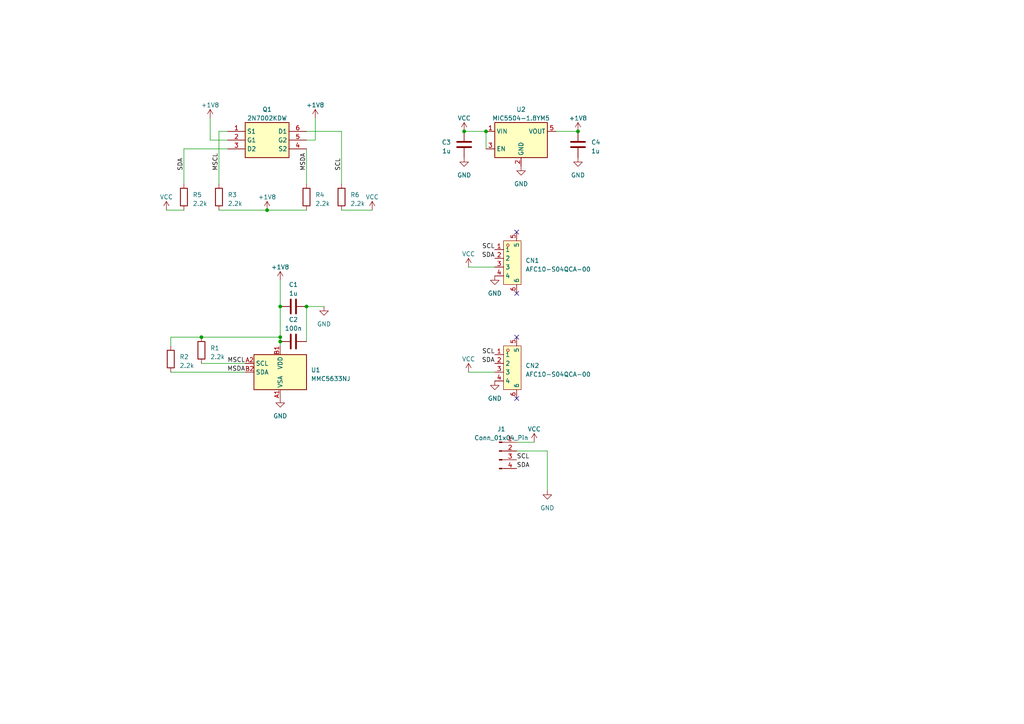
<source format=kicad_sch>
(kicad_sch (version 20230121) (generator eeschema)

  (uuid 85ff13f3-9529-4851-b259-45c0ed47d9c7)

  (paper "A4")

  (lib_symbols
    (symbol "2n7002:2N7002KDW_R1_00001" (in_bom yes) (on_board yes)
      (property "Reference" "Q" (at 19.05 7.62 0)
        (effects (font (size 1.27 1.27)) (justify left top))
      )
      (property "Value" "2N7002KDW_R1_00001" (at 19.05 5.08 0)
        (effects (font (size 1.27 1.27)) (justify left top))
      )
      (property "Footprint" "SOT65P210X110-6N" (at 19.05 -94.92 0)
        (effects (font (size 1.27 1.27)) (justify left top) hide)
      )
      (property "Datasheet" "" (at 19.05 -194.92 0)
        (effects (font (size 1.27 1.27)) (justify left top) hide)
      )
      (property "Height" "1.1" (at 19.05 -394.92 0)
        (effects (font (size 1.27 1.27)) (justify left top) hide)
      )
      (property "Mouser Part Number" "241-2N7002KDWR100001" (at 19.05 -494.92 0)
        (effects (font (size 1.27 1.27)) (justify left top) hide)
      )
      (property "Mouser Price/Stock" "https://www.mouser.co.uk/ProductDetail/Panjit/2N7002KDW_R1_00001?qs=sPbYRqrBIVmMdyQuXiqRcw%3D%3D" (at 19.05 -594.92 0)
        (effects (font (size 1.27 1.27)) (justify left top) hide)
      )
      (property "Manufacturer_Name" "PANJIT International Inc" (at 19.05 -694.92 0)
        (effects (font (size 1.27 1.27)) (justify left top) hide)
      )
      (property "Manufacturer_Part_Number" "2N7002KDW_R1_00001" (at 19.05 -794.92 0)
        (effects (font (size 1.27 1.27)) (justify left top) hide)
      )
      (property "ki_description" "MOSFET /K27/TR/7\"/HF/3K/SOT-363/MOS/SOT/NFET-035TS/NF035T-QI17/PJ///" (at 0 0 0)
        (effects (font (size 1.27 1.27)) hide)
      )
      (symbol "2N7002KDW_R1_00001_1_1"
        (rectangle (start 5.08 2.54) (end 17.78 -7.62)
          (stroke (width 0.254) (type default))
          (fill (type background))
        )
        (pin passive line (at 0 0 0) (length 5.08)
          (name "S1" (effects (font (size 1.27 1.27))))
          (number "1" (effects (font (size 1.27 1.27))))
        )
        (pin passive line (at 0 -2.54 0) (length 5.08)
          (name "G1" (effects (font (size 1.27 1.27))))
          (number "2" (effects (font (size 1.27 1.27))))
        )
        (pin passive line (at 0 -5.08 0) (length 5.08)
          (name "D2" (effects (font (size 1.27 1.27))))
          (number "3" (effects (font (size 1.27 1.27))))
        )
        (pin passive line (at 22.86 -5.08 180) (length 5.08)
          (name "S2" (effects (font (size 1.27 1.27))))
          (number "4" (effects (font (size 1.27 1.27))))
        )
        (pin passive line (at 22.86 -2.54 180) (length 5.08)
          (name "G2" (effects (font (size 1.27 1.27))))
          (number "5" (effects (font (size 1.27 1.27))))
        )
        (pin passive line (at 22.86 0 180) (length 5.08)
          (name "D1" (effects (font (size 1.27 1.27))))
          (number "6" (effects (font (size 1.27 1.27))))
        )
      )
    )
    (symbol "BMI270-Breakout:AFC10-S04QCA-00" (in_bom yes) (on_board yes)
      (property "Reference" "X" (at 0 13.97 0)
        (effects (font (size 1.27 1.27)))
      )
      (property "Value" "AFC10-S04QCA-00" (at 0 -13.97 0)
        (effects (font (size 1.27 1.27)))
      )
      (property "Footprint" "BMI270-Breakout:CONN-SMD_AFC10-S04QCA-00" (at 0 -16.51 0)
        (effects (font (size 1.27 1.27)) hide)
      )
      (property "Datasheet" "" (at 0 0 0)
        (effects (font (size 1.27 1.27)) hide)
      )
      (property "LCSC Part" "C2764183" (at 0 -19.05 0)
        (effects (font (size 1.27 1.27)) hide)
      )
      (symbol "AFC10-S04QCA-00_0_1"
        (rectangle (start -2.54 6.35) (end 2.54 -6.35)
          (stroke (width 0) (type default))
          (fill (type background))
        )
        (circle (center -1.27 5.08) (radius 0.38)
          (stroke (width 0) (type default))
          (fill (type none))
        )
        (pin unspecified line (at -5.08 3.81 0) (length 2.54)
          (name "1" (effects (font (size 1.27 1.27))))
          (number "1" (effects (font (size 1.27 1.27))))
        )
        (pin unspecified line (at -5.08 1.27 0) (length 2.54)
          (name "2" (effects (font (size 1.27 1.27))))
          (number "2" (effects (font (size 1.27 1.27))))
        )
        (pin unspecified line (at -5.08 -1.27 0) (length 2.54)
          (name "3" (effects (font (size 1.27 1.27))))
          (number "3" (effects (font (size 1.27 1.27))))
        )
        (pin unspecified line (at -5.08 -3.81 0) (length 2.54)
          (name "4" (effects (font (size 1.27 1.27))))
          (number "4" (effects (font (size 1.27 1.27))))
        )
        (pin unspecified line (at 1.27 8.89 270) (length 2.54)
          (name "5" (effects (font (size 1.27 1.27))))
          (number "5" (effects (font (size 1.27 1.27))))
        )
        (pin unspecified line (at 1.27 -8.89 90) (length 2.54)
          (name "6" (effects (font (size 1.27 1.27))))
          (number "6" (effects (font (size 1.27 1.27))))
        )
      )
    )
    (symbol "Connector:Conn_01x04_Pin" (pin_names (offset 1.016) hide) (in_bom yes) (on_board yes)
      (property "Reference" "J" (at 0 5.08 0)
        (effects (font (size 1.27 1.27)))
      )
      (property "Value" "Conn_01x04_Pin" (at 0 -7.62 0)
        (effects (font (size 1.27 1.27)))
      )
      (property "Footprint" "" (at 0 0 0)
        (effects (font (size 1.27 1.27)) hide)
      )
      (property "Datasheet" "~" (at 0 0 0)
        (effects (font (size 1.27 1.27)) hide)
      )
      (property "ki_locked" "" (at 0 0 0)
        (effects (font (size 1.27 1.27)))
      )
      (property "ki_keywords" "connector" (at 0 0 0)
        (effects (font (size 1.27 1.27)) hide)
      )
      (property "ki_description" "Generic connector, single row, 01x04, script generated" (at 0 0 0)
        (effects (font (size 1.27 1.27)) hide)
      )
      (property "ki_fp_filters" "Connector*:*_1x??_*" (at 0 0 0)
        (effects (font (size 1.27 1.27)) hide)
      )
      (symbol "Conn_01x04_Pin_1_1"
        (polyline
          (pts
            (xy 1.27 -5.08)
            (xy 0.8636 -5.08)
          )
          (stroke (width 0.1524) (type default))
          (fill (type none))
        )
        (polyline
          (pts
            (xy 1.27 -2.54)
            (xy 0.8636 -2.54)
          )
          (stroke (width 0.1524) (type default))
          (fill (type none))
        )
        (polyline
          (pts
            (xy 1.27 0)
            (xy 0.8636 0)
          )
          (stroke (width 0.1524) (type default))
          (fill (type none))
        )
        (polyline
          (pts
            (xy 1.27 2.54)
            (xy 0.8636 2.54)
          )
          (stroke (width 0.1524) (type default))
          (fill (type none))
        )
        (rectangle (start 0.8636 -4.953) (end 0 -5.207)
          (stroke (width 0.1524) (type default))
          (fill (type outline))
        )
        (rectangle (start 0.8636 -2.413) (end 0 -2.667)
          (stroke (width 0.1524) (type default))
          (fill (type outline))
        )
        (rectangle (start 0.8636 0.127) (end 0 -0.127)
          (stroke (width 0.1524) (type default))
          (fill (type outline))
        )
        (rectangle (start 0.8636 2.667) (end 0 2.413)
          (stroke (width 0.1524) (type default))
          (fill (type outline))
        )
        (pin passive line (at 5.08 2.54 180) (length 3.81)
          (name "Pin_1" (effects (font (size 1.27 1.27))))
          (number "1" (effects (font (size 1.27 1.27))))
        )
        (pin passive line (at 5.08 0 180) (length 3.81)
          (name "Pin_2" (effects (font (size 1.27 1.27))))
          (number "2" (effects (font (size 1.27 1.27))))
        )
        (pin passive line (at 5.08 -2.54 180) (length 3.81)
          (name "Pin_3" (effects (font (size 1.27 1.27))))
          (number "3" (effects (font (size 1.27 1.27))))
        )
        (pin passive line (at 5.08 -5.08 180) (length 3.81)
          (name "Pin_4" (effects (font (size 1.27 1.27))))
          (number "4" (effects (font (size 1.27 1.27))))
        )
      )
    )
    (symbol "Device:C" (pin_numbers hide) (pin_names (offset 0.254)) (in_bom yes) (on_board yes)
      (property "Reference" "C" (at 0.635 2.54 0)
        (effects (font (size 1.27 1.27)) (justify left))
      )
      (property "Value" "C" (at 0.635 -2.54 0)
        (effects (font (size 1.27 1.27)) (justify left))
      )
      (property "Footprint" "" (at 0.9652 -3.81 0)
        (effects (font (size 1.27 1.27)) hide)
      )
      (property "Datasheet" "~" (at 0 0 0)
        (effects (font (size 1.27 1.27)) hide)
      )
      (property "ki_keywords" "cap capacitor" (at 0 0 0)
        (effects (font (size 1.27 1.27)) hide)
      )
      (property "ki_description" "Unpolarized capacitor" (at 0 0 0)
        (effects (font (size 1.27 1.27)) hide)
      )
      (property "ki_fp_filters" "C_*" (at 0 0 0)
        (effects (font (size 1.27 1.27)) hide)
      )
      (symbol "C_0_1"
        (polyline
          (pts
            (xy -2.032 -0.762)
            (xy 2.032 -0.762)
          )
          (stroke (width 0.508) (type default))
          (fill (type none))
        )
        (polyline
          (pts
            (xy -2.032 0.762)
            (xy 2.032 0.762)
          )
          (stroke (width 0.508) (type default))
          (fill (type none))
        )
      )
      (symbol "C_1_1"
        (pin passive line (at 0 3.81 270) (length 2.794)
          (name "~" (effects (font (size 1.27 1.27))))
          (number "1" (effects (font (size 1.27 1.27))))
        )
        (pin passive line (at 0 -3.81 90) (length 2.794)
          (name "~" (effects (font (size 1.27 1.27))))
          (number "2" (effects (font (size 1.27 1.27))))
        )
      )
    )
    (symbol "Device:R" (pin_numbers hide) (pin_names (offset 0)) (in_bom yes) (on_board yes)
      (property "Reference" "R" (at 2.032 0 90)
        (effects (font (size 1.27 1.27)))
      )
      (property "Value" "R" (at 0 0 90)
        (effects (font (size 1.27 1.27)))
      )
      (property "Footprint" "" (at -1.778 0 90)
        (effects (font (size 1.27 1.27)) hide)
      )
      (property "Datasheet" "~" (at 0 0 0)
        (effects (font (size 1.27 1.27)) hide)
      )
      (property "ki_keywords" "R res resistor" (at 0 0 0)
        (effects (font (size 1.27 1.27)) hide)
      )
      (property "ki_description" "Resistor" (at 0 0 0)
        (effects (font (size 1.27 1.27)) hide)
      )
      (property "ki_fp_filters" "R_*" (at 0 0 0)
        (effects (font (size 1.27 1.27)) hide)
      )
      (symbol "R_0_1"
        (rectangle (start -1.016 -2.54) (end 1.016 2.54)
          (stroke (width 0.254) (type default))
          (fill (type none))
        )
      )
      (symbol "R_1_1"
        (pin passive line (at 0 3.81 270) (length 1.27)
          (name "~" (effects (font (size 1.27 1.27))))
          (number "1" (effects (font (size 1.27 1.27))))
        )
        (pin passive line (at 0 -3.81 90) (length 1.27)
          (name "~" (effects (font (size 1.27 1.27))))
          (number "2" (effects (font (size 1.27 1.27))))
        )
      )
    )
    (symbol "Regulator_Linear:MIC5504-1.8YM5" (in_bom yes) (on_board yes)
      (property "Reference" "U" (at -7.62 8.89 0)
        (effects (font (size 1.27 1.27)) (justify left))
      )
      (property "Value" "MIC5504-1.8YM5" (at -7.62 6.35 0)
        (effects (font (size 1.27 1.27)) (justify left))
      )
      (property "Footprint" "Package_TO_SOT_SMD:SOT-23-5" (at 0 -10.16 0)
        (effects (font (size 1.27 1.27)) hide)
      )
      (property "Datasheet" "http://ww1.microchip.com/downloads/en/DeviceDoc/MIC550X.pdf" (at -6.35 6.35 0)
        (effects (font (size 1.27 1.27)) hide)
      )
      (property "ki_keywords" "Micrel LDO voltage regulator" (at 0 0 0)
        (effects (font (size 1.27 1.27)) hide)
      )
      (property "ki_description" "300mA Low-dropout Voltage Regulator, Vout 1.8V, Vin up to 5.5V, SOT-23" (at 0 0 0)
        (effects (font (size 1.27 1.27)) hide)
      )
      (property "ki_fp_filters" "SOT?23?5*" (at 0 0 0)
        (effects (font (size 1.27 1.27)) hide)
      )
      (symbol "MIC5504-1.8YM5_0_1"
        (rectangle (start -7.62 -5.08) (end 7.62 5.08)
          (stroke (width 0.254) (type default))
          (fill (type background))
        )
      )
      (symbol "MIC5504-1.8YM5_1_1"
        (pin power_in line (at -10.16 2.54 0) (length 2.54)
          (name "VIN" (effects (font (size 1.27 1.27))))
          (number "1" (effects (font (size 1.27 1.27))))
        )
        (pin power_in line (at 0 -7.62 90) (length 2.54)
          (name "GND" (effects (font (size 1.27 1.27))))
          (number "2" (effects (font (size 1.27 1.27))))
        )
        (pin input line (at -10.16 -2.54 0) (length 2.54)
          (name "EN" (effects (font (size 1.27 1.27))))
          (number "3" (effects (font (size 1.27 1.27))))
        )
        (pin no_connect line (at 7.62 -2.54 180) (length 2.54) hide
          (name "NC" (effects (font (size 1.27 1.27))))
          (number "4" (effects (font (size 1.27 1.27))))
        )
        (pin power_out line (at 10.16 2.54 180) (length 2.54)
          (name "VOUT" (effects (font (size 1.27 1.27))))
          (number "5" (effects (font (size 1.27 1.27))))
        )
      )
    )
    (symbol "Sensor_Magnetic:MMC5633NJL" (in_bom yes) (on_board yes)
      (property "Reference" "U" (at -2.54 8.255 0)
        (effects (font (size 1.27 1.27)) (justify right top))
      )
      (property "Value" "MMC5633NJL" (at -2.54 6.35 0)
        (effects (font (size 1.27 1.27)) (justify right top))
      )
      (property "Footprint" "Package_BGA:WLP-4_0.86x0.86mm_P0.4mm" (at 1.27 -6.35 0)
        (effects (font (size 1.27 1.27)) (justify left) hide)
      )
      (property "Datasheet" "http://www.memsic.com/uploadfiles/2020/08/20200827165106864.pdf" (at -2.54 0 0)
        (effects (font (size 1.27 1.27)) hide)
      )
      (property "ki_keywords" "I2C I3C magnetic 3-axis sensor magnetometer AMR magnetoresistance" (at 0 0 0)
        (effects (font (size 1.27 1.27)) hide)
      )
      (property "ki_description" "3-axis AMR Magnetometer, 30 G, I2C & I3C  Interface, 2mG RMS, WLP-4" (at 0 0 0)
        (effects (font (size 1.27 1.27)) hide)
      )
      (property "ki_fp_filters" "WLP*0.86x0.86mm?P0.4mm*" (at 0 0 0)
        (effects (font (size 1.27 1.27)) hide)
      )
      (symbol "MMC5633NJL_0_1"
        (rectangle (start -7.62 -5.08) (end 7.62 5.08)
          (stroke (width 0.254) (type default))
          (fill (type background))
        )
      )
      (symbol "MMC5633NJL_1_1"
        (pin power_in line (at 0 -7.62 90) (length 2.54)
          (name "VSA" (effects (font (size 1.27 1.27))))
          (number "A1" (effects (font (size 1.27 1.27))))
        )
        (pin input line (at -10.16 2.54 0) (length 2.54)
          (name "SCL" (effects (font (size 1.27 1.27))))
          (number "A2" (effects (font (size 1.27 1.27))))
        )
        (pin power_in line (at 0 7.62 270) (length 2.54)
          (name "VDD" (effects (font (size 1.27 1.27))))
          (number "B1" (effects (font (size 1.27 1.27))))
        )
        (pin bidirectional line (at -10.16 0 0) (length 2.54)
          (name "SDA" (effects (font (size 1.27 1.27))))
          (number "B2" (effects (font (size 1.27 1.27))))
        )
      )
    )
    (symbol "power:+1V8" (power) (pin_names (offset 0)) (in_bom yes) (on_board yes)
      (property "Reference" "#PWR" (at 0 -3.81 0)
        (effects (font (size 1.27 1.27)) hide)
      )
      (property "Value" "+1V8" (at 0 3.556 0)
        (effects (font (size 1.27 1.27)))
      )
      (property "Footprint" "" (at 0 0 0)
        (effects (font (size 1.27 1.27)) hide)
      )
      (property "Datasheet" "" (at 0 0 0)
        (effects (font (size 1.27 1.27)) hide)
      )
      (property "ki_keywords" "global power" (at 0 0 0)
        (effects (font (size 1.27 1.27)) hide)
      )
      (property "ki_description" "Power symbol creates a global label with name \"+1V8\"" (at 0 0 0)
        (effects (font (size 1.27 1.27)) hide)
      )
      (symbol "+1V8_0_1"
        (polyline
          (pts
            (xy -0.762 1.27)
            (xy 0 2.54)
          )
          (stroke (width 0) (type default))
          (fill (type none))
        )
        (polyline
          (pts
            (xy 0 0)
            (xy 0 2.54)
          )
          (stroke (width 0) (type default))
          (fill (type none))
        )
        (polyline
          (pts
            (xy 0 2.54)
            (xy 0.762 1.27)
          )
          (stroke (width 0) (type default))
          (fill (type none))
        )
      )
      (symbol "+1V8_1_1"
        (pin power_in line (at 0 0 90) (length 0) hide
          (name "+1V8" (effects (font (size 1.27 1.27))))
          (number "1" (effects (font (size 1.27 1.27))))
        )
      )
    )
    (symbol "power:GND" (power) (pin_names (offset 0)) (in_bom yes) (on_board yes)
      (property "Reference" "#PWR" (at 0 -6.35 0)
        (effects (font (size 1.27 1.27)) hide)
      )
      (property "Value" "GND" (at 0 -3.81 0)
        (effects (font (size 1.27 1.27)))
      )
      (property "Footprint" "" (at 0 0 0)
        (effects (font (size 1.27 1.27)) hide)
      )
      (property "Datasheet" "" (at 0 0 0)
        (effects (font (size 1.27 1.27)) hide)
      )
      (property "ki_keywords" "global power" (at 0 0 0)
        (effects (font (size 1.27 1.27)) hide)
      )
      (property "ki_description" "Power symbol creates a global label with name \"GND\" , ground" (at 0 0 0)
        (effects (font (size 1.27 1.27)) hide)
      )
      (symbol "GND_0_1"
        (polyline
          (pts
            (xy 0 0)
            (xy 0 -1.27)
            (xy 1.27 -1.27)
            (xy 0 -2.54)
            (xy -1.27 -1.27)
            (xy 0 -1.27)
          )
          (stroke (width 0) (type default))
          (fill (type none))
        )
      )
      (symbol "GND_1_1"
        (pin power_in line (at 0 0 270) (length 0) hide
          (name "GND" (effects (font (size 1.27 1.27))))
          (number "1" (effects (font (size 1.27 1.27))))
        )
      )
    )
    (symbol "power:VCC" (power) (pin_names (offset 0)) (in_bom yes) (on_board yes)
      (property "Reference" "#PWR" (at 0 -3.81 0)
        (effects (font (size 1.27 1.27)) hide)
      )
      (property "Value" "VCC" (at 0 3.81 0)
        (effects (font (size 1.27 1.27)))
      )
      (property "Footprint" "" (at 0 0 0)
        (effects (font (size 1.27 1.27)) hide)
      )
      (property "Datasheet" "" (at 0 0 0)
        (effects (font (size 1.27 1.27)) hide)
      )
      (property "ki_keywords" "global power" (at 0 0 0)
        (effects (font (size 1.27 1.27)) hide)
      )
      (property "ki_description" "Power symbol creates a global label with name \"VCC\"" (at 0 0 0)
        (effects (font (size 1.27 1.27)) hide)
      )
      (symbol "VCC_0_1"
        (polyline
          (pts
            (xy -0.762 1.27)
            (xy 0 2.54)
          )
          (stroke (width 0) (type default))
          (fill (type none))
        )
        (polyline
          (pts
            (xy 0 0)
            (xy 0 2.54)
          )
          (stroke (width 0) (type default))
          (fill (type none))
        )
        (polyline
          (pts
            (xy 0 2.54)
            (xy 0.762 1.27)
          )
          (stroke (width 0) (type default))
          (fill (type none))
        )
      )
      (symbol "VCC_1_1"
        (pin power_in line (at 0 0 90) (length 0) hide
          (name "VCC" (effects (font (size 1.27 1.27))))
          (number "1" (effects (font (size 1.27 1.27))))
        )
      )
    )
  )

  (junction (at 77.47 60.96) (diameter 0) (color 0 0 0 0)
    (uuid 28d4b861-0735-48fd-b10a-e403827b9751)
  )
  (junction (at 88.9 88.9) (diameter 0) (color 0 0 0 0)
    (uuid 50e844bc-fb82-4600-a57f-6c53f8939094)
  )
  (junction (at 58.42 97.79) (diameter 0) (color 0 0 0 0)
    (uuid 534120c9-44fc-4292-9521-948fc5528b50)
  )
  (junction (at 134.62 38.1) (diameter 0) (color 0 0 0 0)
    (uuid 6b929e21-0460-452b-8bd2-373c6f7269b2)
  )
  (junction (at 81.28 97.79) (diameter 0) (color 0 0 0 0)
    (uuid 6e493b16-c67c-4dd1-914e-6076db417534)
  )
  (junction (at 167.64 38.1) (diameter 0) (color 0 0 0 0)
    (uuid 6f3b5164-9390-44cc-a412-5d23a83e3f77)
  )
  (junction (at 81.28 88.9) (diameter 0) (color 0 0 0 0)
    (uuid 9b0194ea-54f5-4e71-a16d-3ea330b213f5)
  )
  (junction (at 140.97 38.1) (diameter 0) (color 0 0 0 0)
    (uuid a2c7a967-afa7-4ec3-91ed-f77248086306)
  )
  (junction (at 81.28 99.06) (diameter 0) (color 0 0 0 0)
    (uuid de825f76-e388-428e-9bd9-f9737aa36fe3)
  )

  (no_connect (at 149.86 85.09) (uuid 136b4d64-a40e-4b41-aa3c-8144ce7198b8))
  (no_connect (at 149.86 97.79) (uuid 4b116ab6-e597-401a-b6c1-534aaafefc96))
  (no_connect (at 149.86 67.31) (uuid 8b36385e-4934-44dd-889b-d1aeddff5c4f))
  (no_connect (at 149.86 115.57) (uuid ce479699-8e0a-41b1-8a80-0c2836f6e3eb))

  (wire (pts (xy 135.89 77.47) (xy 143.51 77.47))
    (stroke (width 0) (type default))
    (uuid 05528f78-81b9-4948-8957-14678a5269f7)
  )
  (wire (pts (xy 88.9 38.1) (xy 99.06 38.1))
    (stroke (width 0) (type default))
    (uuid 0559317e-058a-466e-a7d5-24cfa6f87b6e)
  )
  (wire (pts (xy 91.44 34.29) (xy 91.44 40.64))
    (stroke (width 0) (type default))
    (uuid 05dee893-7c42-45bb-bbfd-6b7a0fe859d2)
  )
  (wire (pts (xy 58.42 97.79) (xy 81.28 97.79))
    (stroke (width 0) (type default))
    (uuid 07c01e41-4d8f-4991-85e3-dec2e8aac8bf)
  )
  (wire (pts (xy 66.04 38.1) (xy 63.5 38.1))
    (stroke (width 0) (type default))
    (uuid 0ce277b1-7233-44ea-a8fd-9eecad8efb07)
  )
  (wire (pts (xy 154.94 128.27) (xy 149.86 128.27))
    (stroke (width 0) (type default))
    (uuid 1500d05b-7720-4bdd-a95a-11edacb7b067)
  )
  (wire (pts (xy 81.28 100.33) (xy 81.28 99.06))
    (stroke (width 0) (type default))
    (uuid 1aa921ee-9a13-4536-aa2e-48d73767d7c5)
  )
  (wire (pts (xy 88.9 40.64) (xy 91.44 40.64))
    (stroke (width 0) (type default))
    (uuid 2fe9c4b6-9ccf-4e51-96f8-a52847cd29c2)
  )
  (wire (pts (xy 158.75 142.24) (xy 158.75 130.81))
    (stroke (width 0) (type default))
    (uuid 32a3b37d-7550-42ed-9937-08b8ccec0419)
  )
  (wire (pts (xy 66.04 43.18) (xy 53.34 43.18))
    (stroke (width 0) (type default))
    (uuid 36de558c-6f67-425a-8425-d50c2e518734)
  )
  (wire (pts (xy 63.5 60.96) (xy 77.47 60.96))
    (stroke (width 0) (type default))
    (uuid 45d1b3dd-4949-4fa9-80b3-d0318cd8d92d)
  )
  (wire (pts (xy 60.96 34.29) (xy 60.96 40.64))
    (stroke (width 0) (type default))
    (uuid 4f53e9f9-6736-40fc-b7b6-ff11580ec51b)
  )
  (wire (pts (xy 53.34 43.18) (xy 53.34 53.34))
    (stroke (width 0) (type default))
    (uuid 52d96dc5-5c9a-409a-9d09-6228553eef35)
  )
  (wire (pts (xy 99.06 60.96) (xy 107.95 60.96))
    (stroke (width 0) (type default))
    (uuid 593cc1a3-fe4a-47f2-b862-674cacb360a0)
  )
  (wire (pts (xy 81.28 99.06) (xy 81.28 97.79))
    (stroke (width 0) (type default))
    (uuid 655f709b-3718-432a-89eb-74e5eabf8ec1)
  )
  (wire (pts (xy 49.53 97.79) (xy 58.42 97.79))
    (stroke (width 0) (type default))
    (uuid 6f14ca8b-e901-4e3a-8888-f9eea23d2590)
  )
  (wire (pts (xy 48.26 60.96) (xy 53.34 60.96))
    (stroke (width 0) (type default))
    (uuid 6f565499-068e-4128-abc6-94d8f3602dfc)
  )
  (wire (pts (xy 134.62 38.1) (xy 140.97 38.1))
    (stroke (width 0) (type default))
    (uuid 727775ea-9b1c-4e1e-80df-3874f2973670)
  )
  (wire (pts (xy 88.9 88.9) (xy 93.98 88.9))
    (stroke (width 0) (type default))
    (uuid 741062f0-8e11-4e23-a136-3719caf5adec)
  )
  (wire (pts (xy 63.5 38.1) (xy 63.5 53.34))
    (stroke (width 0) (type default))
    (uuid 81818bbf-d6c9-4068-aeff-3b13c8dc8e94)
  )
  (wire (pts (xy 88.9 99.06) (xy 88.9 88.9))
    (stroke (width 0) (type default))
    (uuid 887b5958-200e-40ca-ba72-344882bad465)
  )
  (wire (pts (xy 88.9 43.18) (xy 88.9 53.34))
    (stroke (width 0) (type default))
    (uuid 88a1c0ce-e0b5-4f09-89ec-bf70642bcabe)
  )
  (wire (pts (xy 49.53 107.95) (xy 71.12 107.95))
    (stroke (width 0) (type default))
    (uuid 90e76f15-8a58-4447-a42c-7691820dfaa6)
  )
  (wire (pts (xy 135.89 107.95) (xy 143.51 107.95))
    (stroke (width 0) (type default))
    (uuid ab8e687b-4a0b-4e8d-93c3-6828525612df)
  )
  (wire (pts (xy 77.47 60.96) (xy 88.9 60.96))
    (stroke (width 0) (type default))
    (uuid bde46e7d-e599-4ead-9530-c1004a81f55a)
  )
  (wire (pts (xy 49.53 100.33) (xy 49.53 97.79))
    (stroke (width 0) (type default))
    (uuid c74d2e66-c7c9-49f3-a4b1-d60a5ecf5cf0)
  )
  (wire (pts (xy 81.28 88.9) (xy 81.28 97.79))
    (stroke (width 0) (type default))
    (uuid cd3c4d24-a208-4142-92d3-2079f4c017b2)
  )
  (wire (pts (xy 158.75 130.81) (xy 149.86 130.81))
    (stroke (width 0) (type default))
    (uuid d5716973-4614-400d-a4e0-765dca8007b6)
  )
  (wire (pts (xy 140.97 38.1) (xy 140.97 43.18))
    (stroke (width 0) (type default))
    (uuid d939be57-3c18-4014-a34a-43c5c8da0106)
  )
  (wire (pts (xy 66.04 40.64) (xy 60.96 40.64))
    (stroke (width 0) (type default))
    (uuid ded8f263-0aab-420d-a20b-b4e12c620c2a)
  )
  (wire (pts (xy 58.42 105.41) (xy 71.12 105.41))
    (stroke (width 0) (type default))
    (uuid e1917782-9fba-479d-9d12-006e7c56f718)
  )
  (wire (pts (xy 81.28 81.28) (xy 81.28 88.9))
    (stroke (width 0) (type default))
    (uuid e951630f-a07e-47c8-ad16-df172aff745b)
  )
  (wire (pts (xy 99.06 38.1) (xy 99.06 53.34))
    (stroke (width 0) (type default))
    (uuid fb407417-2b86-4bef-8274-9f27e664c709)
  )
  (wire (pts (xy 167.64 38.1) (xy 161.29 38.1))
    (stroke (width 0) (type default))
    (uuid fb91711d-496e-437b-8d46-9d10895f6a5f)
  )

  (label "SDA" (at 53.34 49.53 90) (fields_autoplaced)
    (effects (font (size 1.27 1.27)) (justify left bottom))
    (uuid 0113cffc-6907-466d-9f4c-a916374c1415)
  )
  (label "SCL" (at 149.86 133.35 0) (fields_autoplaced)
    (effects (font (size 1.27 1.27)) (justify left bottom))
    (uuid 1601c8f6-b5df-427a-8ae9-acc4d1611205)
  )
  (label "MSDA" (at 71.12 107.95 180) (fields_autoplaced)
    (effects (font (size 1.27 1.27)) (justify right bottom))
    (uuid 2587ae88-c21d-4165-aee3-b0c267a686cc)
  )
  (label "MSDA" (at 88.9 49.53 90) (fields_autoplaced)
    (effects (font (size 1.27 1.27)) (justify left bottom))
    (uuid 29b4f675-e440-4965-9f51-d87cea33b5c9)
  )
  (label "SDA" (at 143.51 74.93 180) (fields_autoplaced)
    (effects (font (size 1.27 1.27)) (justify right bottom))
    (uuid 66cfd4de-b51e-4d7d-a9ce-466d759d2675)
  )
  (label "MSCL" (at 63.5 49.53 90) (fields_autoplaced)
    (effects (font (size 1.27 1.27)) (justify left bottom))
    (uuid 6acd2087-cebf-4849-ae96-7e4cd3bcccce)
  )
  (label "SDA" (at 143.51 105.41 180) (fields_autoplaced)
    (effects (font (size 1.27 1.27)) (justify right bottom))
    (uuid 728b378c-5ad7-468b-b069-006be963855c)
  )
  (label "SCL" (at 143.51 72.39 180) (fields_autoplaced)
    (effects (font (size 1.27 1.27)) (justify right bottom))
    (uuid 760dfbb1-2999-4d01-bb5d-c91dddac8dfe)
  )
  (label "SCL" (at 99.06 49.53 90) (fields_autoplaced)
    (effects (font (size 1.27 1.27)) (justify left bottom))
    (uuid 7917a061-7e7f-447c-8757-d61e2051a6ac)
  )
  (label "SDA" (at 149.86 135.89 0) (fields_autoplaced)
    (effects (font (size 1.27 1.27)) (justify left bottom))
    (uuid cdfa7cd1-ddd1-4a61-9895-13437fa4cc2c)
  )
  (label "SCL" (at 143.51 102.87 180) (fields_autoplaced)
    (effects (font (size 1.27 1.27)) (justify right bottom))
    (uuid d24e636f-dd57-4886-9f08-381934dfaec0)
  )
  (label "MSCL" (at 71.12 105.41 180) (fields_autoplaced)
    (effects (font (size 1.27 1.27)) (justify right bottom))
    (uuid d8f01866-02f7-41e5-9f7c-3a4da7f254a7)
  )

  (symbol (lib_id "2n7002:2N7002KDW_R1_00001") (at 66.04 38.1 0) (unit 1)
    (in_bom yes) (on_board yes) (dnp no) (fields_autoplaced)
    (uuid 0930e6eb-692a-4367-a189-853651365085)
    (property "Reference" "Q1" (at 77.47 31.75 0)
      (effects (font (size 1.27 1.27)))
    )
    (property "Value" "2N7002KDW" (at 77.47 34.29 0)
      (effects (font (size 1.27 1.27)))
    )
    (property "Footprint" "2n7002:SOT65P210X110-6N" (at 85.09 133.02 0)
      (effects (font (size 1.27 1.27)) (justify left top) hide)
    )
    (property "Datasheet" "" (at 85.09 233.02 0)
      (effects (font (size 1.27 1.27)) (justify left top) hide)
    )
    (property "Height" "1.1" (at 85.09 433.02 0)
      (effects (font (size 1.27 1.27)) (justify left top) hide)
    )
    (property "Mouser Part Number" "241-2N7002KDWR100001" (at 85.09 533.02 0)
      (effects (font (size 1.27 1.27)) (justify left top) hide)
    )
    (property "Mouser Price/Stock" "https://www.mouser.co.uk/ProductDetail/Panjit/2N7002KDW_R1_00001?qs=sPbYRqrBIVmMdyQuXiqRcw%3D%3D" (at 85.09 633.02 0)
      (effects (font (size 1.27 1.27)) (justify left top) hide)
    )
    (property "Manufacturer_Name" "PANJIT International Inc" (at 85.09 733.02 0)
      (effects (font (size 1.27 1.27)) (justify left top) hide)
    )
    (property "Manufacturer_Part_Number" "2N7002KDW_R1_00001" (at 85.09 833.02 0)
      (effects (font (size 1.27 1.27)) (justify left top) hide)
    )
    (pin "1" (uuid 3c3e7a44-b685-4e0b-b03a-2b154650dd0a))
    (pin "2" (uuid 52373cc3-37fc-4566-9861-21cdb4cddacb))
    (pin "3" (uuid 51996bd0-55e6-44e7-96e3-6a3753d9840a))
    (pin "4" (uuid 1dc2dccf-ed0c-4bec-812d-630200d1bb4d))
    (pin "5" (uuid ad1c4f4c-1437-491b-8ac1-c371cc33212d))
    (pin "6" (uuid 80d6b876-00b7-4ce7-b493-f8796b59d3ff))
    (instances
      (project "MMC5603-Module"
        (path "/85ff13f3-9529-4851-b259-45c0ed47d9c7"
          (reference "Q1") (unit 1)
        )
      )
    )
  )

  (symbol (lib_id "power:VCC") (at 135.89 77.47 0) (unit 1)
    (in_bom yes) (on_board yes) (dnp no) (fields_autoplaced)
    (uuid 0b177537-aa14-4a84-8402-6721e23d0f07)
    (property "Reference" "#PWR02" (at 135.89 81.28 0)
      (effects (font (size 1.27 1.27)) hide)
    )
    (property "Value" "VCC" (at 135.89 73.66 0)
      (effects (font (size 1.27 1.27)))
    )
    (property "Footprint" "" (at 135.89 77.47 0)
      (effects (font (size 1.27 1.27)) hide)
    )
    (property "Datasheet" "" (at 135.89 77.47 0)
      (effects (font (size 1.27 1.27)) hide)
    )
    (pin "1" (uuid e2509499-68c3-437d-a87e-9495ce90cf72))
    (instances
      (project "MMC5603-Module"
        (path "/85ff13f3-9529-4851-b259-45c0ed47d9c7"
          (reference "#PWR02") (unit 1)
        )
      )
    )
  )

  (symbol (lib_id "power:VCC") (at 154.94 128.27 0) (unit 1)
    (in_bom yes) (on_board yes) (dnp no) (fields_autoplaced)
    (uuid 0e99bcb6-5ec3-42f6-9fb4-c74cacb20e39)
    (property "Reference" "#PWR018" (at 154.94 132.08 0)
      (effects (font (size 1.27 1.27)) hide)
    )
    (property "Value" "VCC" (at 154.94 124.46 0)
      (effects (font (size 1.27 1.27)))
    )
    (property "Footprint" "" (at 154.94 128.27 0)
      (effects (font (size 1.27 1.27)) hide)
    )
    (property "Datasheet" "" (at 154.94 128.27 0)
      (effects (font (size 1.27 1.27)) hide)
    )
    (pin "1" (uuid 0c7f9cb0-62fc-4773-94b1-4f98a90008ec))
    (instances
      (project "MMC5603-Module"
        (path "/85ff13f3-9529-4851-b259-45c0ed47d9c7"
          (reference "#PWR018") (unit 1)
        )
      )
    )
  )

  (symbol (lib_id "power:GND") (at 151.13 48.26 0) (unit 1)
    (in_bom yes) (on_board yes) (dnp no) (fields_autoplaced)
    (uuid 1cea976d-6e56-46a7-8a12-e15fe8a6dfaa)
    (property "Reference" "#PWR04" (at 151.13 54.61 0)
      (effects (font (size 1.27 1.27)) hide)
    )
    (property "Value" "GND" (at 151.13 53.34 0)
      (effects (font (size 1.27 1.27)))
    )
    (property "Footprint" "" (at 151.13 48.26 0)
      (effects (font (size 1.27 1.27)) hide)
    )
    (property "Datasheet" "" (at 151.13 48.26 0)
      (effects (font (size 1.27 1.27)) hide)
    )
    (pin "1" (uuid 12f5f5ab-f7ab-43a1-9e80-c57a143a96d7))
    (instances
      (project "MMC5603-Module"
        (path "/85ff13f3-9529-4851-b259-45c0ed47d9c7"
          (reference "#PWR04") (unit 1)
        )
      )
    )
  )

  (symbol (lib_id "Device:C") (at 85.09 99.06 90) (unit 1)
    (in_bom yes) (on_board yes) (dnp no) (fields_autoplaced)
    (uuid 1df04c8f-c5f9-4902-9d78-3160da2ad1a1)
    (property "Reference" "C2" (at 85.09 92.71 90)
      (effects (font (size 1.27 1.27)))
    )
    (property "Value" "100n" (at 85.09 95.25 90)
      (effects (font (size 1.27 1.27)))
    )
    (property "Footprint" "Capacitor_SMD:C_0402_1005Metric" (at 88.9 98.0948 0)
      (effects (font (size 1.27 1.27)) hide)
    )
    (property "Datasheet" "~" (at 85.09 99.06 0)
      (effects (font (size 1.27 1.27)) hide)
    )
    (pin "1" (uuid a40c7e00-cfe8-4ef6-a5c3-ad4e9272cf24))
    (pin "2" (uuid e4118bcd-c807-47d8-a780-66b398b0dabb))
    (instances
      (project "MMC5603-Module"
        (path "/85ff13f3-9529-4851-b259-45c0ed47d9c7"
          (reference "C2") (unit 1)
        )
      )
    )
  )

  (symbol (lib_id "power:GND") (at 143.51 80.01 0) (unit 1)
    (in_bom yes) (on_board yes) (dnp no) (fields_autoplaced)
    (uuid 21cab2c2-7512-4780-ac4c-699cc918d5bb)
    (property "Reference" "#PWR05" (at 143.51 86.36 0)
      (effects (font (size 1.27 1.27)) hide)
    )
    (property "Value" "GND" (at 143.51 85.09 0)
      (effects (font (size 1.27 1.27)))
    )
    (property "Footprint" "" (at 143.51 80.01 0)
      (effects (font (size 1.27 1.27)) hide)
    )
    (property "Datasheet" "" (at 143.51 80.01 0)
      (effects (font (size 1.27 1.27)) hide)
    )
    (pin "1" (uuid f2290e46-3662-448f-a7c6-b08d42eacf63))
    (instances
      (project "bmi270-breakout"
        (path "/7186dfe6-e029-45f4-a47a-ef8dd9cf2e87"
          (reference "#PWR05") (unit 1)
        )
      )
      (project "MMC5603-Module"
        (path "/85ff13f3-9529-4851-b259-45c0ed47d9c7"
          (reference "#PWR03") (unit 1)
        )
      )
    )
  )

  (symbol (lib_id "power:VCC") (at 134.62 38.1 0) (unit 1)
    (in_bom yes) (on_board yes) (dnp no) (fields_autoplaced)
    (uuid 26e06613-0e7d-4dc3-b2f3-fdccd4ce3de2)
    (property "Reference" "#PWR05" (at 134.62 41.91 0)
      (effects (font (size 1.27 1.27)) hide)
    )
    (property "Value" "VCC" (at 134.62 34.29 0)
      (effects (font (size 1.27 1.27)))
    )
    (property "Footprint" "" (at 134.62 38.1 0)
      (effects (font (size 1.27 1.27)) hide)
    )
    (property "Datasheet" "" (at 134.62 38.1 0)
      (effects (font (size 1.27 1.27)) hide)
    )
    (pin "1" (uuid c2d70742-67bc-48a3-85dd-fab0e0fe3227))
    (instances
      (project "MMC5603-Module"
        (path "/85ff13f3-9529-4851-b259-45c0ed47d9c7"
          (reference "#PWR05") (unit 1)
        )
      )
    )
  )

  (symbol (lib_id "Regulator_Linear:MIC5504-1.8YM5") (at 151.13 40.64 0) (unit 1)
    (in_bom yes) (on_board yes) (dnp no) (fields_autoplaced)
    (uuid 2d2fc8bc-7d73-4444-a742-2e11358a2092)
    (property "Reference" "U2" (at 151.13 31.75 0)
      (effects (font (size 1.27 1.27)))
    )
    (property "Value" "MIC5504-1.8YM5" (at 151.13 34.29 0)
      (effects (font (size 1.27 1.27)))
    )
    (property "Footprint" "Package_TO_SOT_SMD:SOT-23-5" (at 151.13 50.8 0)
      (effects (font (size 1.27 1.27)) hide)
    )
    (property "Datasheet" "http://ww1.microchip.com/downloads/en/DeviceDoc/MIC550X.pdf" (at 144.78 34.29 0)
      (effects (font (size 1.27 1.27)) hide)
    )
    (pin "1" (uuid 80fbb525-7042-4a05-9163-aa105ba0e424))
    (pin "2" (uuid e6fa844c-8b0b-4104-b9ed-fd315d1580fa))
    (pin "3" (uuid 9acf784a-92c2-4dec-a78a-4d9a52dead15))
    (pin "4" (uuid 2bfe7597-8351-49fd-86c8-775b66433e71))
    (pin "5" (uuid b66f6733-fbb2-48bc-bcf2-9672a88e23c7))
    (instances
      (project "MMC5603-Module"
        (path "/85ff13f3-9529-4851-b259-45c0ed47d9c7"
          (reference "U2") (unit 1)
        )
      )
    )
  )

  (symbol (lib_id "power:+1V8") (at 167.64 38.1 0) (unit 1)
    (in_bom yes) (on_board yes) (dnp no) (fields_autoplaced)
    (uuid 3538da48-99f8-49b7-a2e7-2db295ca24be)
    (property "Reference" "#PWR08" (at 167.64 41.91 0)
      (effects (font (size 1.27 1.27)) hide)
    )
    (property "Value" "+1V8" (at 167.64 34.29 0)
      (effects (font (size 1.27 1.27)))
    )
    (property "Footprint" "" (at 167.64 38.1 0)
      (effects (font (size 1.27 1.27)) hide)
    )
    (property "Datasheet" "" (at 167.64 38.1 0)
      (effects (font (size 1.27 1.27)) hide)
    )
    (pin "1" (uuid 25de5bd3-9129-4135-96cd-431e09d1f1fc))
    (instances
      (project "MMC5603-Module"
        (path "/85ff13f3-9529-4851-b259-45c0ed47d9c7"
          (reference "#PWR08") (unit 1)
        )
      )
    )
  )

  (symbol (lib_id "Device:C") (at 85.09 88.9 90) (unit 1)
    (in_bom yes) (on_board yes) (dnp no) (fields_autoplaced)
    (uuid 36915be0-160c-4c51-8cf8-bb45067808b9)
    (property "Reference" "C1" (at 85.09 82.55 90)
      (effects (font (size 1.27 1.27)))
    )
    (property "Value" "1u" (at 85.09 85.09 90)
      (effects (font (size 1.27 1.27)))
    )
    (property "Footprint" "Capacitor_SMD:C_0603_1608Metric" (at 88.9 87.9348 0)
      (effects (font (size 1.27 1.27)) hide)
    )
    (property "Datasheet" "~" (at 85.09 88.9 0)
      (effects (font (size 1.27 1.27)) hide)
    )
    (pin "1" (uuid e1671aff-219b-4d2d-a660-f0f9d6e53334))
    (pin "2" (uuid c60fe018-0045-4dfa-a38c-b72275d0b8f6))
    (instances
      (project "MMC5603-Module"
        (path "/85ff13f3-9529-4851-b259-45c0ed47d9c7"
          (reference "C1") (unit 1)
        )
      )
    )
  )

  (symbol (lib_id "power:+1V8") (at 60.96 34.29 0) (unit 1)
    (in_bom yes) (on_board yes) (dnp no) (fields_autoplaced)
    (uuid 3899ab9b-6f31-410c-9d3c-1dddaa736730)
    (property "Reference" "#PWR011" (at 60.96 38.1 0)
      (effects (font (size 1.27 1.27)) hide)
    )
    (property "Value" "+1V8" (at 60.96 30.48 0)
      (effects (font (size 1.27 1.27)))
    )
    (property "Footprint" "" (at 60.96 34.29 0)
      (effects (font (size 1.27 1.27)) hide)
    )
    (property "Datasheet" "" (at 60.96 34.29 0)
      (effects (font (size 1.27 1.27)) hide)
    )
    (pin "1" (uuid 453c9517-58e4-46aa-858a-14b92917b93f))
    (instances
      (project "MMC5603-Module"
        (path "/85ff13f3-9529-4851-b259-45c0ed47d9c7"
          (reference "#PWR011") (unit 1)
        )
      )
    )
  )

  (symbol (lib_id "Connector:Conn_01x04_Pin") (at 144.78 130.81 0) (unit 1)
    (in_bom no) (on_board yes) (dnp no) (fields_autoplaced)
    (uuid 550cc434-4e8f-4c56-8189-99beda4e7b88)
    (property "Reference" "J1" (at 145.415 124.46 0)
      (effects (font (size 1.27 1.27)))
    )
    (property "Value" "Conn_01x04_Pin" (at 145.415 127 0)
      (effects (font (size 1.27 1.27)))
    )
    (property "Footprint" "Connector_PinSocket_2.54mm:PinSocket_1x04_P2.54mm_Vertical" (at 144.78 130.81 0)
      (effects (font (size 1.27 1.27)) hide)
    )
    (property "Datasheet" "~" (at 144.78 130.81 0)
      (effects (font (size 1.27 1.27)) hide)
    )
    (property "Sim.Enable" "0" (at 144.78 130.81 0)
      (effects (font (size 1.27 1.27)) hide)
    )
    (pin "1" (uuid 9db0b27c-1ec2-4eef-b0ea-3265a4bc36cf))
    (pin "2" (uuid b2422dd5-1e12-4c79-947a-f2c12971234d))
    (pin "3" (uuid 3b8bfd1b-9b4b-4a99-95b8-e963758638a6))
    (pin "4" (uuid 078c5f6e-2379-4675-b062-3c5253017d5d))
    (instances
      (project "MMC5603-Module"
        (path "/85ff13f3-9529-4851-b259-45c0ed47d9c7"
          (reference "J1") (unit 1)
        )
      )
    )
  )

  (symbol (lib_id "Device:R") (at 58.42 101.6 0) (unit 1)
    (in_bom yes) (on_board yes) (dnp no) (fields_autoplaced)
    (uuid 5569aac3-05bb-4a6a-b2a6-bc104ba86a3c)
    (property "Reference" "R1" (at 60.96 100.965 0)
      (effects (font (size 1.27 1.27)) (justify left))
    )
    (property "Value" "2.2k" (at 60.96 103.505 0)
      (effects (font (size 1.27 1.27)) (justify left))
    )
    (property "Footprint" "Resistor_SMD:R_0402_1005Metric" (at 56.642 101.6 90)
      (effects (font (size 1.27 1.27)) hide)
    )
    (property "Datasheet" "~" (at 58.42 101.6 0)
      (effects (font (size 1.27 1.27)) hide)
    )
    (pin "1" (uuid 855defe9-ffd0-49b1-b968-97cad9309aa8))
    (pin "2" (uuid 561a07e0-4b22-40db-ac9b-91fcbd0bf4bd))
    (instances
      (project "MMC5603-Module"
        (path "/85ff13f3-9529-4851-b259-45c0ed47d9c7"
          (reference "R1") (unit 1)
        )
      )
    )
  )

  (symbol (lib_id "Device:C") (at 134.62 41.91 0) (mirror y) (unit 1)
    (in_bom yes) (on_board yes) (dnp no)
    (uuid 60f1db69-710a-4aed-8788-b07824c5cf9f)
    (property "Reference" "C3" (at 130.81 41.275 0)
      (effects (font (size 1.27 1.27)) (justify left))
    )
    (property "Value" "1u" (at 130.81 43.815 0)
      (effects (font (size 1.27 1.27)) (justify left))
    )
    (property "Footprint" "Capacitor_SMD:C_0603_1608Metric" (at 133.6548 45.72 0)
      (effects (font (size 1.27 1.27)) hide)
    )
    (property "Datasheet" "~" (at 134.62 41.91 0)
      (effects (font (size 1.27 1.27)) hide)
    )
    (pin "1" (uuid 042b05fa-b5e5-4d71-a627-5d94383725e0))
    (pin "2" (uuid 91688495-dcdf-4c74-b27b-f6ced001dc8a))
    (instances
      (project "MMC5603-Module"
        (path "/85ff13f3-9529-4851-b259-45c0ed47d9c7"
          (reference "C3") (unit 1)
        )
      )
    )
  )

  (symbol (lib_id "power:GND") (at 167.64 45.72 0) (unit 1)
    (in_bom yes) (on_board yes) (dnp no) (fields_autoplaced)
    (uuid 64da7b20-4d33-422c-b28e-857744e97036)
    (property "Reference" "#PWR010" (at 167.64 52.07 0)
      (effects (font (size 1.27 1.27)) hide)
    )
    (property "Value" "GND" (at 167.64 50.8 0)
      (effects (font (size 1.27 1.27)))
    )
    (property "Footprint" "" (at 167.64 45.72 0)
      (effects (font (size 1.27 1.27)) hide)
    )
    (property "Datasheet" "" (at 167.64 45.72 0)
      (effects (font (size 1.27 1.27)) hide)
    )
    (pin "1" (uuid c2427ec1-7df2-46cb-bd64-0ebdc678316d))
    (instances
      (project "MMC5603-Module"
        (path "/85ff13f3-9529-4851-b259-45c0ed47d9c7"
          (reference "#PWR010") (unit 1)
        )
      )
    )
  )

  (symbol (lib_id "Device:R") (at 63.5 57.15 0) (unit 1)
    (in_bom yes) (on_board yes) (dnp no) (fields_autoplaced)
    (uuid 659b0e1a-f8f6-4b82-a3a0-f11ed44cc647)
    (property "Reference" "R3" (at 66.04 56.515 0)
      (effects (font (size 1.27 1.27)) (justify left))
    )
    (property "Value" "2.2k" (at 66.04 59.055 0)
      (effects (font (size 1.27 1.27)) (justify left))
    )
    (property "Footprint" "Resistor_SMD:R_0402_1005Metric" (at 61.722 57.15 90)
      (effects (font (size 1.27 1.27)) hide)
    )
    (property "Datasheet" "~" (at 63.5 57.15 0)
      (effects (font (size 1.27 1.27)) hide)
    )
    (pin "1" (uuid 9f371608-9f32-4bed-ab2a-fc869ce58e83))
    (pin "2" (uuid 509f4545-28fc-4ce2-ad19-372b5616edc9))
    (instances
      (project "MMC5603-Module"
        (path "/85ff13f3-9529-4851-b259-45c0ed47d9c7"
          (reference "R3") (unit 1)
        )
      )
    )
  )

  (symbol (lib_id "Device:C") (at 167.64 41.91 0) (unit 1)
    (in_bom yes) (on_board yes) (dnp no)
    (uuid 7107f23f-4f1c-4007-ab94-5556424e7857)
    (property "Reference" "C4" (at 171.45 41.275 0)
      (effects (font (size 1.27 1.27)) (justify left))
    )
    (property "Value" "1u" (at 171.45 43.815 0)
      (effects (font (size 1.27 1.27)) (justify left))
    )
    (property "Footprint" "Capacitor_SMD:C_0603_1608Metric" (at 168.6052 45.72 0)
      (effects (font (size 1.27 1.27)) hide)
    )
    (property "Datasheet" "~" (at 167.64 41.91 0)
      (effects (font (size 1.27 1.27)) hide)
    )
    (pin "1" (uuid d36e55ac-b55e-43f9-bdf0-2501cecae480))
    (pin "2" (uuid 245b4a05-2b7e-42b7-b303-2f479fbb55c5))
    (instances
      (project "MMC5603-Module"
        (path "/85ff13f3-9529-4851-b259-45c0ed47d9c7"
          (reference "C4") (unit 1)
        )
      )
    )
  )

  (symbol (lib_id "BMI270-Breakout:AFC10-S04QCA-00") (at 148.59 106.68 0) (unit 1)
    (in_bom yes) (on_board yes) (dnp no) (fields_autoplaced)
    (uuid 723ae222-1d61-434e-8696-6c3b4d2ac808)
    (property "Reference" "CN1" (at 152.4 106.045 0)
      (effects (font (size 1.27 1.27)) (justify left))
    )
    (property "Value" "AFC10-S04QCA-00" (at 152.4 108.585 0)
      (effects (font (size 1.27 1.27)) (justify left))
    )
    (property "Footprint" "MMC5603-Module:CONN-SMD_AFC10-S04QCA-00" (at 148.59 123.19 0)
      (effects (font (size 1.27 1.27)) hide)
    )
    (property "Datasheet" "" (at 148.59 106.68 0)
      (effects (font (size 1.27 1.27)) hide)
    )
    (property "LCSC Part" "C2764183" (at 148.59 125.73 0)
      (effects (font (size 1.27 1.27)) hide)
    )
    (pin "1" (uuid 4805e5c5-7519-4c67-82b0-1d454403ad72))
    (pin "2" (uuid 7f542df8-b38c-467e-aaf3-be666ac20a69))
    (pin "3" (uuid a514e26a-dc6e-4fa4-8e51-823de221332d))
    (pin "4" (uuid 9cb76498-2cd4-4252-b1d8-fb0c2a21d223))
    (pin "5" (uuid 7f3e9146-4f41-4348-8e0b-582375836c87))
    (pin "6" (uuid d338e06c-762c-48bc-92aa-38d775f7a016))
    (instances
      (project "bmi270-breakout"
        (path "/7186dfe6-e029-45f4-a47a-ef8dd9cf2e87"
          (reference "CN1") (unit 1)
        )
      )
      (project "MMC5603-Module"
        (path "/85ff13f3-9529-4851-b259-45c0ed47d9c7"
          (reference "CN2") (unit 1)
        )
      )
    )
  )

  (symbol (lib_id "power:GND") (at 143.51 110.49 0) (unit 1)
    (in_bom yes) (on_board yes) (dnp no) (fields_autoplaced)
    (uuid 7cb666cd-f091-42bd-b036-3b0fc40069cd)
    (property "Reference" "#PWR05" (at 143.51 116.84 0)
      (effects (font (size 1.27 1.27)) hide)
    )
    (property "Value" "GND" (at 143.51 115.57 0)
      (effects (font (size 1.27 1.27)))
    )
    (property "Footprint" "" (at 143.51 110.49 0)
      (effects (font (size 1.27 1.27)) hide)
    )
    (property "Datasheet" "" (at 143.51 110.49 0)
      (effects (font (size 1.27 1.27)) hide)
    )
    (pin "1" (uuid 9ed07f04-bd94-4855-8a56-f79a267137d5))
    (instances
      (project "bmi270-breakout"
        (path "/7186dfe6-e029-45f4-a47a-ef8dd9cf2e87"
          (reference "#PWR05") (unit 1)
        )
      )
      (project "MMC5603-Module"
        (path "/85ff13f3-9529-4851-b259-45c0ed47d9c7"
          (reference "#PWR017") (unit 1)
        )
      )
    )
  )

  (symbol (lib_id "power:GND") (at 134.62 45.72 0) (unit 1)
    (in_bom yes) (on_board yes) (dnp no) (fields_autoplaced)
    (uuid 7d713fd9-5645-4a4a-99e3-ad5c16c8ffe2)
    (property "Reference" "#PWR09" (at 134.62 52.07 0)
      (effects (font (size 1.27 1.27)) hide)
    )
    (property "Value" "GND" (at 134.62 50.8 0)
      (effects (font (size 1.27 1.27)))
    )
    (property "Footprint" "" (at 134.62 45.72 0)
      (effects (font (size 1.27 1.27)) hide)
    )
    (property "Datasheet" "" (at 134.62 45.72 0)
      (effects (font (size 1.27 1.27)) hide)
    )
    (pin "1" (uuid 710ba09a-0e22-41dc-b745-77d9bf1bea49))
    (instances
      (project "MMC5603-Module"
        (path "/85ff13f3-9529-4851-b259-45c0ed47d9c7"
          (reference "#PWR09") (unit 1)
        )
      )
    )
  )

  (symbol (lib_id "BMI270-Breakout:AFC10-S04QCA-00") (at 148.59 76.2 0) (unit 1)
    (in_bom yes) (on_board yes) (dnp no) (fields_autoplaced)
    (uuid 8cbefc1e-c5b5-4150-98ff-e4fe18ce7bae)
    (property "Reference" "CN1" (at 152.4 75.565 0)
      (effects (font (size 1.27 1.27)) (justify left))
    )
    (property "Value" "AFC10-S04QCA-00" (at 152.4 78.105 0)
      (effects (font (size 1.27 1.27)) (justify left))
    )
    (property "Footprint" "MMC5603-Module:CONN-SMD_AFC10-S04QCA-00" (at 148.59 92.71 0)
      (effects (font (size 1.27 1.27)) hide)
    )
    (property "Datasheet" "" (at 148.59 76.2 0)
      (effects (font (size 1.27 1.27)) hide)
    )
    (property "LCSC Part" "C2764183" (at 148.59 95.25 0)
      (effects (font (size 1.27 1.27)) hide)
    )
    (pin "1" (uuid 97d965ed-5943-4976-b66f-df1d3b3b5fb9))
    (pin "2" (uuid 139743f4-9ef8-41d5-950c-a17c78f00f4b))
    (pin "3" (uuid 2e0fdce8-3fd0-4dfd-bcf4-054841207fd4))
    (pin "4" (uuid f1afed01-3bc8-4086-bf6b-1468dbf2d64f))
    (pin "5" (uuid 6b0c5155-9198-46c2-ac8c-a0020d7a80bf))
    (pin "6" (uuid b1df0b34-7ec5-4561-aade-7b1136eaadb7))
    (instances
      (project "bmi270-breakout"
        (path "/7186dfe6-e029-45f4-a47a-ef8dd9cf2e87"
          (reference "CN1") (unit 1)
        )
      )
      (project "MMC5603-Module"
        (path "/85ff13f3-9529-4851-b259-45c0ed47d9c7"
          (reference "CN1") (unit 1)
        )
      )
    )
  )

  (symbol (lib_id "power:VCC") (at 48.26 60.96 0) (unit 1)
    (in_bom yes) (on_board yes) (dnp no) (fields_autoplaced)
    (uuid 9041039b-63c2-4b64-897f-2fc4a262680f)
    (property "Reference" "#PWR015" (at 48.26 64.77 0)
      (effects (font (size 1.27 1.27)) hide)
    )
    (property "Value" "VCC" (at 48.26 57.15 0)
      (effects (font (size 1.27 1.27)))
    )
    (property "Footprint" "" (at 48.26 60.96 0)
      (effects (font (size 1.27 1.27)) hide)
    )
    (property "Datasheet" "" (at 48.26 60.96 0)
      (effects (font (size 1.27 1.27)) hide)
    )
    (pin "1" (uuid f37d9ca3-5aa2-4e1c-ac97-af806ee96f3b))
    (instances
      (project "MMC5603-Module"
        (path "/85ff13f3-9529-4851-b259-45c0ed47d9c7"
          (reference "#PWR015") (unit 1)
        )
      )
    )
  )

  (symbol (lib_id "power:GND") (at 158.75 142.24 0) (unit 1)
    (in_bom yes) (on_board yes) (dnp no) (fields_autoplaced)
    (uuid 9f385b15-b768-4d14-86c1-26d1fc8b549f)
    (property "Reference" "#PWR05" (at 158.75 148.59 0)
      (effects (font (size 1.27 1.27)) hide)
    )
    (property "Value" "GND" (at 158.75 147.32 0)
      (effects (font (size 1.27 1.27)))
    )
    (property "Footprint" "" (at 158.75 142.24 0)
      (effects (font (size 1.27 1.27)) hide)
    )
    (property "Datasheet" "" (at 158.75 142.24 0)
      (effects (font (size 1.27 1.27)) hide)
    )
    (pin "1" (uuid 86582112-cbca-4980-abca-af04ef70ca13))
    (instances
      (project "bmi270-breakout"
        (path "/7186dfe6-e029-45f4-a47a-ef8dd9cf2e87"
          (reference "#PWR05") (unit 1)
        )
      )
      (project "MMC5603-Module"
        (path "/85ff13f3-9529-4851-b259-45c0ed47d9c7"
          (reference "#PWR019") (unit 1)
        )
      )
    )
  )

  (symbol (lib_id "power:+1V8") (at 81.28 81.28 0) (unit 1)
    (in_bom yes) (on_board yes) (dnp no) (fields_autoplaced)
    (uuid b1edc4f7-6449-4582-911e-ae2e6c6d56c4)
    (property "Reference" "#PWR06" (at 81.28 85.09 0)
      (effects (font (size 1.27 1.27)) hide)
    )
    (property "Value" "+1V8" (at 81.28 77.47 0)
      (effects (font (size 1.27 1.27)))
    )
    (property "Footprint" "" (at 81.28 81.28 0)
      (effects (font (size 1.27 1.27)) hide)
    )
    (property "Datasheet" "" (at 81.28 81.28 0)
      (effects (font (size 1.27 1.27)) hide)
    )
    (pin "1" (uuid 59174fef-213e-4e68-b75d-dc67b1f78425))
    (instances
      (project "MMC5603-Module"
        (path "/85ff13f3-9529-4851-b259-45c0ed47d9c7"
          (reference "#PWR06") (unit 1)
        )
      )
    )
  )

  (symbol (lib_id "power:VCC") (at 135.89 107.95 0) (unit 1)
    (in_bom yes) (on_board yes) (dnp no) (fields_autoplaced)
    (uuid b23a8dc2-146f-4e49-ba99-0b99de75de8d)
    (property "Reference" "#PWR016" (at 135.89 111.76 0)
      (effects (font (size 1.27 1.27)) hide)
    )
    (property "Value" "VCC" (at 135.89 104.14 0)
      (effects (font (size 1.27 1.27)))
    )
    (property "Footprint" "" (at 135.89 107.95 0)
      (effects (font (size 1.27 1.27)) hide)
    )
    (property "Datasheet" "" (at 135.89 107.95 0)
      (effects (font (size 1.27 1.27)) hide)
    )
    (pin "1" (uuid e7153ff2-d63e-40fd-a2a6-6a5ef39b7ea7))
    (instances
      (project "MMC5603-Module"
        (path "/85ff13f3-9529-4851-b259-45c0ed47d9c7"
          (reference "#PWR016") (unit 1)
        )
      )
    )
  )

  (symbol (lib_id "power:+1V8") (at 91.44 34.29 0) (unit 1)
    (in_bom yes) (on_board yes) (dnp no) (fields_autoplaced)
    (uuid bb629562-fec6-45da-91c3-b2aac1f5457d)
    (property "Reference" "#PWR012" (at 91.44 38.1 0)
      (effects (font (size 1.27 1.27)) hide)
    )
    (property "Value" "+1V8" (at 91.44 30.48 0)
      (effects (font (size 1.27 1.27)))
    )
    (property "Footprint" "" (at 91.44 34.29 0)
      (effects (font (size 1.27 1.27)) hide)
    )
    (property "Datasheet" "" (at 91.44 34.29 0)
      (effects (font (size 1.27 1.27)) hide)
    )
    (pin "1" (uuid 9d24adec-a4da-4c85-98bf-1b6a7a3dc3fd))
    (instances
      (project "MMC5603-Module"
        (path "/85ff13f3-9529-4851-b259-45c0ed47d9c7"
          (reference "#PWR012") (unit 1)
        )
      )
    )
  )

  (symbol (lib_id "power:VCC") (at 107.95 60.96 0) (unit 1)
    (in_bom yes) (on_board yes) (dnp no) (fields_autoplaced)
    (uuid c005e0f8-93bc-49a8-a305-a54d7eff5a31)
    (property "Reference" "#PWR014" (at 107.95 64.77 0)
      (effects (font (size 1.27 1.27)) hide)
    )
    (property "Value" "VCC" (at 107.95 57.15 0)
      (effects (font (size 1.27 1.27)))
    )
    (property "Footprint" "" (at 107.95 60.96 0)
      (effects (font (size 1.27 1.27)) hide)
    )
    (property "Datasheet" "" (at 107.95 60.96 0)
      (effects (font (size 1.27 1.27)) hide)
    )
    (pin "1" (uuid c978fc7d-d5be-4c52-a21f-f3b6136d54dc))
    (instances
      (project "MMC5603-Module"
        (path "/85ff13f3-9529-4851-b259-45c0ed47d9c7"
          (reference "#PWR014") (unit 1)
        )
      )
    )
  )

  (symbol (lib_id "Device:R") (at 88.9 57.15 0) (unit 1)
    (in_bom yes) (on_board yes) (dnp no) (fields_autoplaced)
    (uuid c3621a98-0576-4726-bd6d-8609dbe89770)
    (property "Reference" "R4" (at 91.44 56.515 0)
      (effects (font (size 1.27 1.27)) (justify left))
    )
    (property "Value" "2.2k" (at 91.44 59.055 0)
      (effects (font (size 1.27 1.27)) (justify left))
    )
    (property "Footprint" "Resistor_SMD:R_0402_1005Metric" (at 87.122 57.15 90)
      (effects (font (size 1.27 1.27)) hide)
    )
    (property "Datasheet" "~" (at 88.9 57.15 0)
      (effects (font (size 1.27 1.27)) hide)
    )
    (pin "1" (uuid 2df256a9-e22a-41c6-9544-54f4801d38bd))
    (pin "2" (uuid da1b3f22-29cd-4139-af4c-d0aea87776cc))
    (instances
      (project "MMC5603-Module"
        (path "/85ff13f3-9529-4851-b259-45c0ed47d9c7"
          (reference "R4") (unit 1)
        )
      )
    )
  )

  (symbol (lib_id "power:GND") (at 93.98 88.9 0) (unit 1)
    (in_bom yes) (on_board yes) (dnp no) (fields_autoplaced)
    (uuid c850c620-544b-4a82-91e5-2051b1d7179a)
    (property "Reference" "#PWR07" (at 93.98 95.25 0)
      (effects (font (size 1.27 1.27)) hide)
    )
    (property "Value" "GND" (at 93.98 93.98 0)
      (effects (font (size 1.27 1.27)))
    )
    (property "Footprint" "" (at 93.98 88.9 0)
      (effects (font (size 1.27 1.27)) hide)
    )
    (property "Datasheet" "" (at 93.98 88.9 0)
      (effects (font (size 1.27 1.27)) hide)
    )
    (pin "1" (uuid 71a5d47d-5134-45cf-8fb7-342b431120d6))
    (instances
      (project "MMC5603-Module"
        (path "/85ff13f3-9529-4851-b259-45c0ed47d9c7"
          (reference "#PWR07") (unit 1)
        )
      )
    )
  )

  (symbol (lib_id "Device:R") (at 49.53 104.14 0) (unit 1)
    (in_bom yes) (on_board yes) (dnp no) (fields_autoplaced)
    (uuid d2a880f6-f208-47b2-a691-da65dc2a417c)
    (property "Reference" "R2" (at 52.07 103.505 0)
      (effects (font (size 1.27 1.27)) (justify left))
    )
    (property "Value" "2.2k" (at 52.07 106.045 0)
      (effects (font (size 1.27 1.27)) (justify left))
    )
    (property "Footprint" "Resistor_SMD:R_0402_1005Metric" (at 47.752 104.14 90)
      (effects (font (size 1.27 1.27)) hide)
    )
    (property "Datasheet" "~" (at 49.53 104.14 0)
      (effects (font (size 1.27 1.27)) hide)
    )
    (pin "1" (uuid 880199d1-1bfe-44d4-a735-a4b786d9cfd5))
    (pin "2" (uuid eeb3fb13-a8fd-4923-a4dd-fcbcf3c441cf))
    (instances
      (project "MMC5603-Module"
        (path "/85ff13f3-9529-4851-b259-45c0ed47d9c7"
          (reference "R2") (unit 1)
        )
      )
    )
  )

  (symbol (lib_id "Sensor_Magnetic:MMC5633NJL") (at 81.28 107.95 0) (unit 1)
    (in_bom yes) (on_board yes) (dnp no) (fields_autoplaced)
    (uuid d73255c3-0ece-44f1-9d96-4c20cd100f09)
    (property "Reference" "U1" (at 90.17 107.315 0)
      (effects (font (size 1.27 1.27)) (justify left))
    )
    (property "Value" "MMC5633NJ" (at 90.17 109.855 0)
      (effects (font (size 1.27 1.27)) (justify left))
    )
    (property "Footprint" "Package_BGA:WLP-4_0.86x0.86mm_P0.4mm" (at 82.55 114.3 0)
      (effects (font (size 1.27 1.27)) (justify left) hide)
    )
    (property "Datasheet" "http://www.memsic.com/uploadfiles/2020/08/20200827165106864.pdf" (at 78.74 107.95 0)
      (effects (font (size 1.27 1.27)) hide)
    )
    (pin "A1" (uuid 5d52d808-b148-4bde-8538-491677e1542c))
    (pin "A2" (uuid 69413d0c-687c-48b8-b4be-074fc8dccb53))
    (pin "B1" (uuid fafe2dfe-4771-4e21-96c4-0cdef4ca4286))
    (pin "B2" (uuid 5f2565b6-ba65-4c15-a7bf-e5fbf2004244))
    (instances
      (project "MMC5603-Module"
        (path "/85ff13f3-9529-4851-b259-45c0ed47d9c7"
          (reference "U1") (unit 1)
        )
      )
    )
  )

  (symbol (lib_id "power:GND") (at 81.28 115.57 0) (unit 1)
    (in_bom yes) (on_board yes) (dnp no) (fields_autoplaced)
    (uuid d74174b9-a31b-440e-9642-62421a1b0319)
    (property "Reference" "#PWR01" (at 81.28 121.92 0)
      (effects (font (size 1.27 1.27)) hide)
    )
    (property "Value" "GND" (at 81.28 120.65 0)
      (effects (font (size 1.27 1.27)))
    )
    (property "Footprint" "" (at 81.28 115.57 0)
      (effects (font (size 1.27 1.27)) hide)
    )
    (property "Datasheet" "" (at 81.28 115.57 0)
      (effects (font (size 1.27 1.27)) hide)
    )
    (pin "1" (uuid de9c1a24-67e8-4959-909d-1e26724afc44))
    (instances
      (project "MMC5603-Module"
        (path "/85ff13f3-9529-4851-b259-45c0ed47d9c7"
          (reference "#PWR01") (unit 1)
        )
      )
    )
  )

  (symbol (lib_id "Device:R") (at 53.34 57.15 0) (unit 1)
    (in_bom yes) (on_board yes) (dnp no) (fields_autoplaced)
    (uuid d883a6ba-fff2-4451-9b11-f9385ba54fe0)
    (property "Reference" "R5" (at 55.88 56.515 0)
      (effects (font (size 1.27 1.27)) (justify left))
    )
    (property "Value" "2.2k" (at 55.88 59.055 0)
      (effects (font (size 1.27 1.27)) (justify left))
    )
    (property "Footprint" "Resistor_SMD:R_0402_1005Metric" (at 51.562 57.15 90)
      (effects (font (size 1.27 1.27)) hide)
    )
    (property "Datasheet" "~" (at 53.34 57.15 0)
      (effects (font (size 1.27 1.27)) hide)
    )
    (pin "1" (uuid 8a9d7a89-d1e0-40d1-bcaf-8ae1c27b6a5c))
    (pin "2" (uuid c99ecf5e-5cb0-4128-aefb-e84809bc4bce))
    (instances
      (project "MMC5603-Module"
        (path "/85ff13f3-9529-4851-b259-45c0ed47d9c7"
          (reference "R5") (unit 1)
        )
      )
    )
  )

  (symbol (lib_id "Device:R") (at 99.06 57.15 0) (unit 1)
    (in_bom yes) (on_board yes) (dnp no) (fields_autoplaced)
    (uuid f4611ca9-5197-49a4-a2d3-25d4c62acffc)
    (property "Reference" "R6" (at 101.6 56.515 0)
      (effects (font (size 1.27 1.27)) (justify left))
    )
    (property "Value" "2.2k" (at 101.6 59.055 0)
      (effects (font (size 1.27 1.27)) (justify left))
    )
    (property "Footprint" "Resistor_SMD:R_0402_1005Metric" (at 97.282 57.15 90)
      (effects (font (size 1.27 1.27)) hide)
    )
    (property "Datasheet" "~" (at 99.06 57.15 0)
      (effects (font (size 1.27 1.27)) hide)
    )
    (pin "1" (uuid 1dda21eb-b37c-4efd-ac7d-417c775f35be))
    (pin "2" (uuid 2b7b087d-8990-4c19-bc33-b1a55c65847b))
    (instances
      (project "MMC5603-Module"
        (path "/85ff13f3-9529-4851-b259-45c0ed47d9c7"
          (reference "R6") (unit 1)
        )
      )
    )
  )

  (symbol (lib_id "power:+1V8") (at 77.47 60.96 0) (unit 1)
    (in_bom yes) (on_board yes) (dnp no) (fields_autoplaced)
    (uuid fb82d000-e8d6-43de-b7d2-12c7a9410e8f)
    (property "Reference" "#PWR013" (at 77.47 64.77 0)
      (effects (font (size 1.27 1.27)) hide)
    )
    (property "Value" "+1V8" (at 77.47 57.15 0)
      (effects (font (size 1.27 1.27)))
    )
    (property "Footprint" "" (at 77.47 60.96 0)
      (effects (font (size 1.27 1.27)) hide)
    )
    (property "Datasheet" "" (at 77.47 60.96 0)
      (effects (font (size 1.27 1.27)) hide)
    )
    (pin "1" (uuid 502a0120-78bd-44af-b32c-280aa0bb92b1))
    (instances
      (project "MMC5603-Module"
        (path "/85ff13f3-9529-4851-b259-45c0ed47d9c7"
          (reference "#PWR013") (unit 1)
        )
      )
    )
  )

  (sheet_instances
    (path "/" (page "1"))
  )
)

</source>
